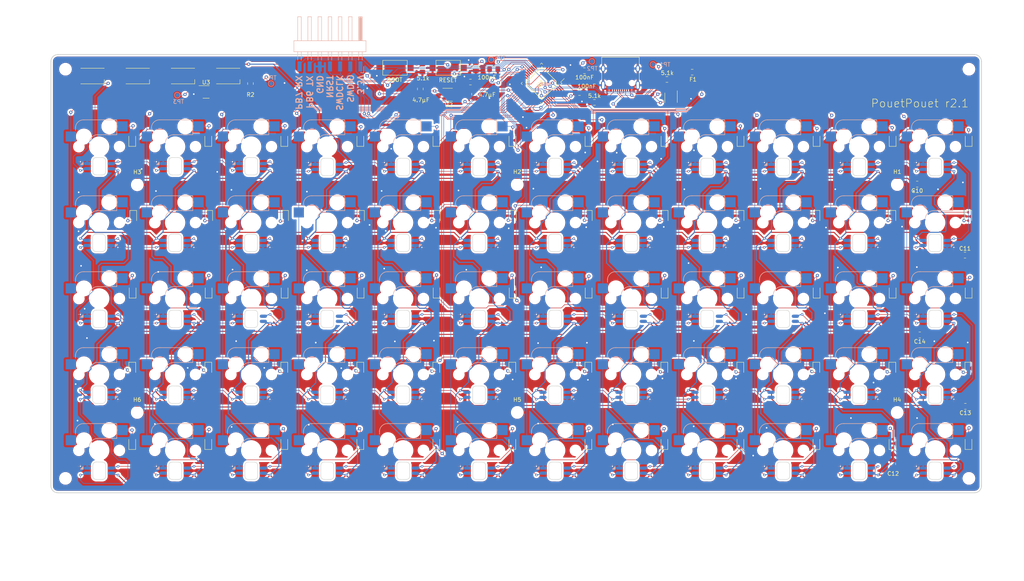
<source format=kicad_pcb>
(kicad_pcb (version 20211014) (generator pcbnew)

  (general
    (thickness 1.6)
  )

  (paper "A3")
  (title_block
    (comment 4 "AISLER Project ID: DXPKZOPX")
  )

  (layers
    (0 "F.Cu" signal)
    (31 "B.Cu" signal)
    (32 "B.Adhes" user "B.Adhesive")
    (33 "F.Adhes" user "F.Adhesive")
    (34 "B.Paste" user)
    (35 "F.Paste" user)
    (36 "B.SilkS" user "B.Silkscreen")
    (37 "F.SilkS" user "F.Silkscreen")
    (38 "B.Mask" user)
    (39 "F.Mask" user)
    (40 "Dwgs.User" user "User.Drawings")
    (41 "Cmts.User" user "User.Comments")
    (42 "Eco1.User" user "User.Eco1")
    (43 "Eco2.User" user "User.Eco2")
    (44 "Edge.Cuts" user)
    (45 "Margin" user)
    (46 "B.CrtYd" user "B.Courtyard")
    (47 "F.CrtYd" user "F.Courtyard")
    (48 "B.Fab" user)
    (49 "F.Fab" user)
  )

  (setup
    (stackup
      (layer "F.SilkS" (type "Top Silk Screen"))
      (layer "F.Paste" (type "Top Solder Paste"))
      (layer "F.Mask" (type "Top Solder Mask") (thickness 0.01))
      (layer "F.Cu" (type "copper") (thickness 0.035))
      (layer "dielectric 1" (type "core") (thickness 1.51) (material "FR4") (epsilon_r 4.5) (loss_tangent 0.02))
      (layer "B.Cu" (type "copper") (thickness 0.035))
      (layer "B.Mask" (type "Bottom Solder Mask") (color "Black") (thickness 0.01))
      (layer "B.Paste" (type "Bottom Solder Paste"))
      (layer "B.SilkS" (type "Bottom Silk Screen"))
      (copper_finish "ENIG")
      (dielectric_constraints no)
    )
    (pad_to_mask_clearance 0)
    (grid_origin 158.1021 86.231)
    (pcbplotparams
      (layerselection 0x00010f0_ffffffff)
      (disableapertmacros false)
      (usegerberextensions true)
      (usegerberattributes false)
      (usegerberadvancedattributes false)
      (creategerberjobfile false)
      (svguseinch false)
      (svgprecision 6)
      (excludeedgelayer true)
      (plotframeref false)
      (viasonmask false)
      (mode 1)
      (useauxorigin false)
      (hpglpennumber 1)
      (hpglpenspeed 20)
      (hpglpendiameter 15.000000)
      (dxfpolygonmode true)
      (dxfimperialunits true)
      (dxfusepcbnewfont true)
      (psnegative false)
      (psa4output false)
      (plotreference true)
      (plotvalue true)
      (plotinvisibletext false)
      (sketchpadsonfab false)
      (subtractmaskfromsilk true)
      (outputformat 1)
      (mirror false)
      (drillshape 0)
      (scaleselection 1)
      (outputdirectory "/tmp/gerber/")
    )
  )

  (net 0 "")
  (net 1 "GND")
  (net 2 "D+")
  (net 3 "Net-(J1-PadB5)")
  (net 4 "D-")
  (net 5 "Net-(J1-PadA5)")
  (net 6 "SWDIO")
  (net 7 "SWDCLK")
  (net 8 "COL4")
  (net 9 "COL5")
  (net 10 "COL2")
  (net 11 "COL6")
  (net 12 "COL3")
  (net 13 "COL1")
  (net 14 "Net-(R1-Pad1)")
  (net 15 "ROW1")
  (net 16 "ROW2")
  (net 17 "ROW3")
  (net 18 "ROW4")
  (net 19 "Net-(D26-Pad2)")
  (net 20 "Net-(D36-Pad2)")
  (net 21 "Net-(D35-Pad2)")
  (net 22 "Net-(D34-Pad2)")
  (net 23 "Net-(D33-Pad2)")
  (net 24 "Net-(D25-Pad2)")
  (net 25 "Net-(D24-Pad2)")
  (net 26 "Net-(D23-Pad2)")
  (net 27 "Net-(D21-Pad2)")
  (net 28 "Net-(D19-Pad2)")
  (net 29 "Net-(D16-Pad2)")
  (net 30 "Net-(D14-Pad2)")
  (net 31 "Net-(D12-Pad2)")
  (net 32 "Net-(D11-Pad2)")
  (net 33 "Net-(D15-Pad2)")
  (net 34 "Net-(D17-Pad2)")
  (net 35 "Net-(D13-Pad2)")
  (net 36 "Net-(D18-Pad2)")
  (net 37 "Net-(D22-Pad2)")
  (net 38 "Net-(D27-Pad2)")
  (net 39 "Net-(D28-Pad2)")
  (net 40 "Net-(D29-Pad2)")
  (net 41 "Net-(D31-Pad2)")
  (net 42 "Net-(D32-Pad2)")
  (net 43 "Net-(D37-Pad2)")
  (net 44 "Net-(D38-Pad2)")
  (net 45 "Net-(D39-Pad2)")
  (net 46 "Net-(D41-Pad2)")
  (net 47 "Net-(D42-Pad2)")
  (net 48 "Net-(D43-Pad2)")
  (net 49 "Net-(D44-Pad2)")
  (net 50 "Net-(D45-Pad2)")
  (net 51 "Net-(D46-Pad2)")
  (net 52 "Net-(D47-Pad2)")
  (net 53 "Net-(D48-Pad2)")
  (net 54 "Net-(D49-Pad2)")
  (net 55 "Net-(D51-Pad2)")
  (net 56 "ROW5")
  (net 57 "Net-(D52-Pad2)")
  (net 58 "Net-(D53-Pad2)")
  (net 59 "Net-(D54-Pad2)")
  (net 60 "Net-(D55-Pad2)")
  (net 61 "Net-(D56-Pad2)")
  (net 62 "Net-(D57-Pad2)")
  (net 63 "Net-(D58-Pad2)")
  (net 64 "Net-(D59-Pad2)")
  (net 65 "Net-(D110-Pad2)")
  (net 66 "Net-(D111-Pad2)")
  (net 67 "Net-(D112-Pad2)")
  (net 68 "Net-(D210-Pad2)")
  (net 69 "Net-(D211-Pad2)")
  (net 70 "Net-(D212-Pad2)")
  (net 71 "Net-(D310-Pad2)")
  (net 72 "Net-(D311-Pad2)")
  (net 73 "Net-(D312-Pad2)")
  (net 74 "Net-(D410-Pad2)")
  (net 75 "Net-(D411-Pad2)")
  (net 76 "Net-(D412-Pad2)")
  (net 77 "Net-(D510-Pad2)")
  (net 78 "Net-(D511-Pad2)")
  (net 79 "Net-(D512-Pad2)")
  (net 80 "COL7")
  (net 81 "COL8")
  (net 82 "COL9")
  (net 83 "COL10")
  (net 84 "COL11")
  (net 85 "COL12")
  (net 86 "SPI1_MOSI_PA7")
  (net 87 "U1_TX_PB6")
  (net 88 "U1_RX_PB7")
  (net 89 "NRST")
  (net 90 "unconnected-(U1-Pad12)")
  (net 91 "Net-(R2-Pad1)")
  (net 92 "VCC")
  (net 93 "SK6812_PWR")
  (net 94 "SK6812_STATUS_OUT")
  (net 95 "Net-(SKR1C1-Pad4)")
  (net 96 "Net-(SKR1C1-Pad2)")
  (net 97 "Net-(SKR1C2-Pad4)")
  (net 98 "Net-(SKR1C3-Pad4)")
  (net 99 "Net-(SKR1C4-Pad4)")
  (net 100 "Net-(SKR1C5-Pad4)")
  (net 101 "Net-(SKR1C6-Pad4)")
  (net 102 "Net-(SKR1C7-Pad4)")
  (net 103 "Net-(SKR1C8-Pad4)")
  (net 104 "Net-(SKR1C10-Pad2)")
  (net 105 "Net-(SKR1C10-Pad4)")
  (net 106 "Net-(SKR1C11-Pad4)")
  (net 107 "Net-(SKR2C1-Pad2)")
  (net 108 "Net-(SKR2C2-Pad2)")
  (net 109 "Net-(SKR2C3-Pad2)")
  (net 110 "Net-(SKR2C4-Pad2)")
  (net 111 "Net-(SKR2C5-Pad2)")
  (net 112 "Net-(SKR2C6-Pad2)")
  (net 113 "Net-(SKR2C7-Pad2)")
  (net 114 "Net-(SKR2C8-Pad2)")
  (net 115 "Net-(SKR2C10-Pad4)")
  (net 116 "Net-(SKR2C10-Pad2)")
  (net 117 "Net-(SKR2C11-Pad2)")
  (net 118 "Net-(SKR2C12-Pad2)")
  (net 119 "Net-(SKR3C1-Pad4)")
  (net 120 "Net-(SKR3C1-Pad2)")
  (net 121 "Net-(SKR3C2-Pad4)")
  (net 122 "Net-(SKR3C3-Pad4)")
  (net 123 "Net-(SKR3C4-Pad4)")
  (net 124 "Net-(SKR3C5-Pad4)")
  (net 125 "Net-(SKR3C6-Pad4)")
  (net 126 "Net-(SKR3C7-Pad4)")
  (net 127 "Net-(SKR3C8-Pad4)")
  (net 128 "Net-(SKR3C10-Pad2)")
  (net 129 "Net-(SKR3C10-Pad4)")
  (net 130 "Net-(SKR3C11-Pad4)")
  (net 131 "Net-(SKR4C1-Pad2)")
  (net 132 "Net-(SKR4C2-Pad2)")
  (net 133 "Net-(SKR4C3-Pad2)")
  (net 134 "Net-(SKR4C4-Pad2)")
  (net 135 "Net-(SKR4C5-Pad2)")
  (net 136 "Net-(SKR4C6-Pad2)")
  (net 137 "Net-(SKR4C7-Pad2)")
  (net 138 "Net-(SKR4C8-Pad2)")
  (net 139 "Net-(SKR4C10-Pad4)")
  (net 140 "Net-(SKR4C10-Pad2)")
  (net 141 "Net-(SKR4C11-Pad2)")
  (net 142 "Net-(SKR4C12-Pad2)")
  (net 143 "Net-(SKR5C1-Pad4)")
  (net 144 "unconnected-(SKR5C1-Pad2)")
  (net 145 "Net-(SKR5C2-Pad4)")
  (net 146 "Net-(SKR5C3-Pad4)")
  (net 147 "unconnected-(J1-PadA8)")
  (net 148 "unconnected-(J1-PadB8)")
  (net 149 "unconnected-(U1-Pad2)")
  (net 150 "unconnected-(U1-Pad3)")
  (net 151 "unconnected-(U1-Pad4)")
  (net 152 "unconnected-(U1-Pad5)")
  (net 153 "unconnected-(U1-Pad6)")
  (net 154 "Net-(SKR5C4-Pad4)")
  (net 155 "Net-(SKR5C5-Pad4)")
  (net 156 "unconnected-(U1-Pad14)")
  (net 157 "unconnected-(U1-Pad16)")
  (net 158 "Net-(SKR5C6-Pad4)")
  (net 159 "Net-(SKR5C7-Pad4)")
  (net 160 "unconnected-(U1-Pad11)")
  (net 161 "unconnected-(U2-Pad4)")
  (net 162 "Net-(SKR5C8-Pad4)")
  (net 163 "Net-(SKR5C10-Pad2)")
  (net 164 "unconnected-(U1-Pad13)")
  (net 165 "unconnected-(U1-Pad29)")
  (net 166 "unconnected-(U1-Pad30)")
  (net 167 "SK6812_IN")
  (net 168 "Net-(SKR5C10-Pad4)")
  (net 169 "Net-(STAT2-Pad1)")
  (net 170 "Net-(STAT3-Pad1)")
  (net 171 "Net-(STAT1-Pad1)")
  (net 172 "Net-(SKR5C11-Pad4)")
  (net 173 "+3V3")
  (net 174 "SPI1_SCK_PA5")

  (footprint "kicad-usb:USB_C_Receptacle_HRO_TYPE-C-31-M-12" (layer "F.Cu") (at 254.8721 84.361 180))

  (footprint "Resistor_SMD:R_0805_2012Metric_Pad1.15x1.40mm_HandSolder" (layer "F.Cu") (at 205.3621 83.181 -90))

  (footprint "Resistor_SMD:R_0805_2012Metric_Pad1.15x1.40mm_HandSolder" (layer "F.Cu") (at 248.3721 91.781 180))

  (footprint "Resistor_SMD:R_0805_2012Metric_Pad1.15x1.40mm_HandSolder" (layer "F.Cu") (at 266.4921 86.051))

  (footprint "Package_QFP:LQFP-48_7x7mm_P0.5mm" (layer "F.Cu") (at 235.1321 87.031 -135))

  (footprint "Capacitor_SMD:C_0805_2012Metric_Pad1.15x1.40mm_HandSolder" (layer "F.Cu") (at 204.8321 88.421 90))

  (footprint "Capacitor_SMD:C_0805_2012Metric_Pad1.15x1.40mm_HandSolder" (layer "F.Cu") (at 218.3921 89.731 90))

  (footprint "Capacitor_SMD:C_0805_2012Metric_Pad1.15x1.40mm_HandSolder" (layer "F.Cu") (at 223.1821 83.511 180))

  (footprint "Capacitor_SMD:C_0805_2012Metric_Pad1.15x1.40mm_HandSolder" (layer "F.Cu") (at 245.8721 83.871 180))

  (footprint "Button_Switch_SMD:SW_SPST_CK_RS282G05A3" (layer "F.Cu") (at 198.5021 83.121 180))

  (footprint "Capacitor_SMD:C_0805_2012Metric_Pad1.15x1.40mm_HandSolder" (layer "F.Cu") (at 218.7221 82.841 90))

  (footprint "Button_Switch_SMD:SW_SPST_CK_RS282G05A3" (layer "F.Cu") (at 211.8021 83.121))

  (footprint "Capacitor_SMD:C_0805_2012Metric_Pad1.15x1.40mm_HandSolder" (layer "F.Cu") (at 244.6271 89.321 180))

  (footprint "Diode_SMD:D_SOD-323" (layer "F.Cu") (at 303.9021 101.281 90))

  (footprint "Diode_SMD:D_SOD-323" (layer "F.Cu") (at 208.8521 101.281 90))

  (footprint "custom:CherryMX_Hotswap" (layer "F.Cu") (at 124.54285 178.85875))

  (footprint "custom:CherryMX_Hotswap" (layer "F.Cu") (at 124.54285 159.85875))

  (footprint "custom:CherryMX_Hotswap" (layer "F.Cu") (at 124.54285 140.85875))

  (footprint "custom:CherryMX_Hotswap" (layer "F.Cu") (at 124.54285 121.85875))

  (footprint "custom:CherryMX_Hotswap" (layer "F.Cu") (at 124.54285 102.85875))

  (footprint "custom:CherryMX_Hotswap" (layer "F.Cu") (at 143.54285 159.85875))

  (footprint "custom:CherryMX_Hotswap" (layer "F.Cu") (at 143.54285 140.85875))

  (footprint "custom:CherryMX_Hotswap" (layer "F.Cu") (at 143.54285 121.85875))

  (footprint "custom:CherryMX_Hotswap" (layer "F.Cu") (at 143.54285 102.85875))

  (footprint "custom:CherryMX_Hotswap" (layer "F.Cu") (at 162.54285 178.85875))

  (footprint "custom:CherryMX_Hotswap" (layer "F.Cu") (at 162.54285 159.85875))

  (footprint "custom:CherryMX_Hotswap" (layer "F.Cu") (at 162.54285 140.85875))

  (footprint "custom:CherryMX_Hotswap" (layer "F.Cu") (at 162.54285 121.85875))

  (footprint "custom:CherryMX_Hotswap" (layer "F.Cu") (at 162.54285 102.85875))

  (footprint "custom:CherryMX_Hotswap" (layer "F.Cu") (at 181.54285 178.85875))

  (footprint "custom:CherryMX_Hotswap" (layer "F.Cu") (at 181.54285 159.85875))

  (footprint "custom:CherryMX_Hotswap" (layer "F.Cu") (at 181.54285 140.85875))

  (footprint "custom:CherryMX_Hotswap" (layer "F.Cu") (at 181.54285 121.85875))

  (footprint "custom:CherryMX_Hotswap" (layer "F.Cu") (at 181.54285 102.85875))

  (footprint "custom:CherryMX_Hotswap" (layer "F.Cu") (at 200.54285 178.85875))

  (footprint "custom:CherryMX_Hotswap" (layer "F.Cu") (at 200.54285 159.85875))

  (footprint "custom:CherryMX_Hotswap" (layer "F.Cu") (at 200.54285 140.85875))

  (footprint "custom:CherryMX_Hotswap" (layer "F.Cu") (at 200.54285 121.85875))

  (footprint "Diode_SMD:D_SOD-323" (layer "F.Cu") (at 322.9121 101.281 90))

  (footprint "Diode_SMD:D_SOD-323" (layer "F.Cu") (at 284.8921 101.281 90))

  (footprint "Diode_SMD:D_SOD-323" (layer "F.Cu") (at 189.99937 120.324636 -90))

  (footprint "Diode_SMD:D_SOD-323" (layer "F.Cu") (at 208.97846 120.324636 -90))

  (footprint "Diode_SMD:D_SOD-323" (layer "F.Cu") (at 227.95755 120.324636 -90))

  (footprint "custom:CherryMX_Hotswap" (layer "F.Cu") (at 314.54285 140.85875))

  (footprint "custom:CherryMX_Hotswap" (layer "F.Cu") (at 314.54285 102.85875))

  (footprint "custom:CherryMX_Hotswap" (layer "F.Cu")
    (tedit 5F70BC32) (tstamp 00000000-0000-0000-0000-00005f50295e)
    (at 333.54285 178.85875)
    (property "Sheetfile" "pouetpouet.kicad_sch")
    (property "Sheetname" "")
    (path "/00000000-0000-0000-0000-00005f728054")
    (attr through_hole)
    (fp_t
... [6121845 chars truncated]
</source>
